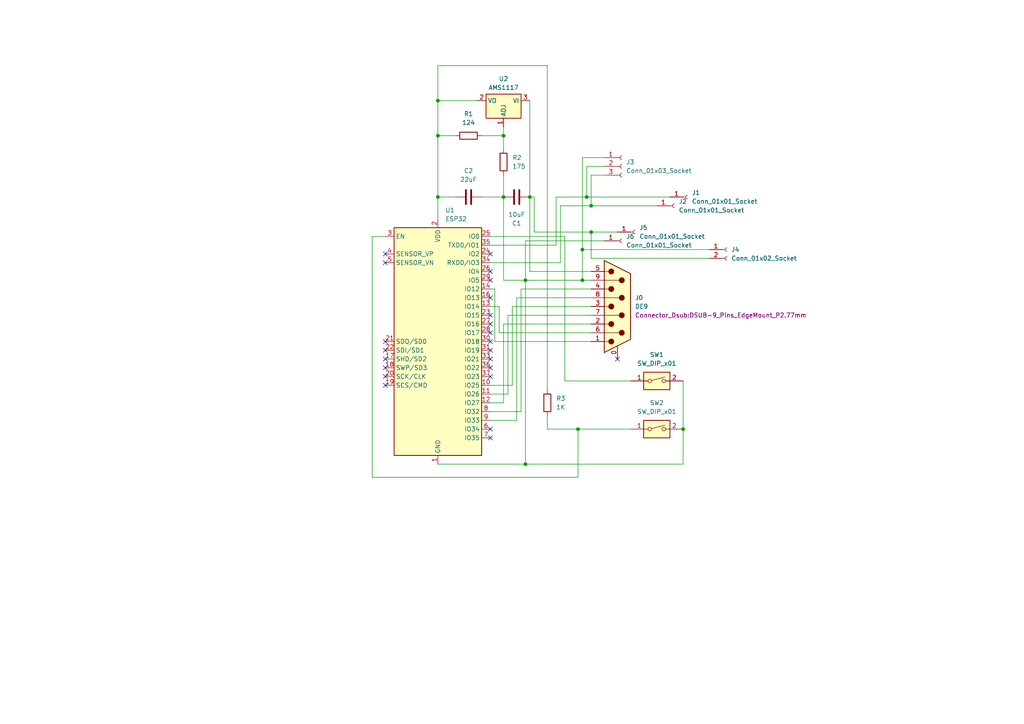
<source format=kicad_sch>
(kicad_sch (version 20250114) (generator "eeschema") (generator_version "9.0")
  (paper "A4")
  (lib_symbols
    (symbol "Connector:Conn_01x01_Socket" (pin_names (offset 1.016) (hide yes))
      (property "Reference" "J" (at 0 2.54 0))
      (property "Value" "Conn_01x01_Socket" (at 0 -2.54 0))
      (symbol "Conn_01x01_Socket_1_1"
        (polyline (pts (xy -1.27 0) (xy -0.508 0)) (stroke (width 0.1524)))
        (arc (start 0 -0.508) (mid -0.5058 0) (end 0 0.508) (stroke (width 0.1524)))
        (pin passive line (at -5.08 0 0) (length 3.81) (name "Pin_1") (number "1"))
      )
    )
    (symbol "Connector:Conn_01x02_Socket" (pin_names (offset 1.016) (hide yes))
      (property "Reference" "J" (at 0 2.54 0))
      (property "Value" "Conn_01x02_Socket" (at 0 -5.08 0))
      (symbol "Conn_01x02_Socket_1_1"
        (polyline (pts (xy -1.27 0) (xy -0.508 0)) (stroke (width 0.1524)))
        (polyline (pts (xy -1.27 -2.54) (xy -0.508 -2.54)) (stroke (width 0.1524)))
        (arc (start 0 -0.508) (mid -0.5058 0) (end 0 0.508) (stroke (width 0.1524)))
        (arc (start 0 -3.048) (mid -0.5058 -2.54) (end 0 -2.032) (stroke (width 0.1524)))
        (pin passive line (at -5.08 0 0) (length 3.81) (name "Pin_1") (number "1"))
        (pin passive line (at -5.08 -2.54 0) (length 3.81) (name "Pin_2") (number "2"))
      )
    )
    (symbol "Connector:Conn_01x03_Socket" (pin_names (offset 1.016) (hide yes))
      (property "Reference" "J" (at 0 5.08 0))
      (property "Value" "Conn_01x03_Socket" (at 0 -5.08 0))
      (symbol "Conn_01x03_Socket_1_1"
        (polyline (pts (xy -1.27 2.54) (xy -0.508 2.54)) (stroke (width 0.1524)))
        (polyline (pts (xy -1.27 0) (xy -0.508 0)) (stroke (width 0.1524)))
        (polyline (pts (xy -1.27 -2.54) (xy -0.508 -2.54)) (stroke (width 0.1524)))
        (arc (start 0 2.032) (mid -0.5058 2.54) (end 0 3.048) (stroke (width 0.1524)))
        (arc (start 0 -0.508) (mid -0.5058 0) (end 0 0.508) (stroke (width 0.1524)))
        (arc (start 0 -3.048) (mid -0.5058 -2.54) (end 0 -2.032) (stroke (width 0.1524)))
        (pin passive line (at -5.08 2.54 0) (length 3.81) (name "Pin_1") (number "1"))
        (pin passive line (at -5.08 0 0) (length 3.81) (name "Pin_2") (number "2"))
        (pin passive line (at -5.08 -2.54 0) (length 3.81) (name "Pin_3") (number "3"))
      )
    )
    (symbol "Connector:DE9_Pins_MountingHoles" (pin_names (offset 1.016) (hide yes))
      (property "Reference" "J" (at 0 16.51 0))
      (property "Value" "DE9_Pins_MountingHoles" (at 0 14.605 0))
      (symbol "DE9_Pins_MountingHoles_0_1"
        (polyline (pts (xy -3.81 10.16) (xy -2.54 10.16)))
        (polyline (pts (xy -3.81 7.62) (xy 0.508 7.62)))
        (polyline (pts (xy -3.81 5.08) (xy -2.54 5.08)))
        (polyline (pts (xy -3.81 2.54) (xy 0.508 2.54)))
        (polyline (pts (xy -3.81 0) (xy -2.54 0)))
        (polyline (pts (xy -3.81 -2.54) (xy 0.508 -2.54)))
        (polyline (pts (xy -3.81 -5.08) (xy -2.54 -5.08)))
        (polyline (pts (xy -3.81 -7.62) (xy 0.508 -7.62)))
        (polyline (pts (xy -3.81 -10.16) (xy -2.54 -10.16)))
        (polyline (pts (xy -3.81 -13.335) (xy -3.81 13.335) (xy 3.81 9.525) (xy 3.81 -9.525) (xy -3.81 -13.335)) (stroke (width 0.254)) (fill (type background)))
        (circle (center -1.778 10.16) (radius 0.762) (fill (type outline)))
        (circle (center -1.778 5.08) (radius 0.762) (fill (type outline)))
        (circle (center -1.778 0) (radius 0.762) (fill (type outline)))
        (circle (center -1.778 -5.08) (radius 0.762) (fill (type outline)))
        (circle (center -1.778 -10.16) (radius 0.762) (fill (type outline)))
        (circle (center 1.27 7.62) (radius 0.762) (fill (type outline)))
        (circle (center 1.27 2.54) (radius 0.762) (fill (type outline)))
        (circle (center 1.27 -2.54) (radius 0.762) (fill (type outline)))
        (circle (center 1.27 -7.62) (radius 0.762) (fill (type outline)))
      )
      (symbol "DE9_Pins_MountingHoles_1_1"
        (pin passive line (at -7.62 10.16 0) (length 3.81) (name "5") (number "5"))
        (pin passive line (at -7.62 7.62 0) (length 3.81) (name "9") (number "9"))
        (pin passive line (at -7.62 5.08 0) (length 3.81) (name "4") (number "4"))
        (pin passive line (at -7.62 2.54 0) (length 3.81) (name "8") (number "8"))
        (pin passive line (at -7.62 0 0) (length 3.81) (name "3") (number "3"))
        (pin passive line (at -7.62 -2.54 0) (length 3.81) (name "7") (number "7"))
        (pin passive line (at -7.62 -5.08 0) (length 3.81) (name "2") (number "2"))
        (pin passive line (at -7.62 -7.62 0) (length 3.81) (name "6") (number "6"))
        (pin passive line (at -7.62 -10.16 0) (length 3.81) (name "1") (number "1"))
        (pin passive line (at 0 -15.24 90) (length 3.81) (name "PAD") (number "0"))
      )
    )
    (symbol "Device:C" (pin_numbers (hide yes)) (pin_names (offset 0.254))
      (property "Reference" "C" (at 0.635 2.54 0))
      (property "Value" "C" (at 0.635 -2.54 0))
      (symbol "C_0_1"
        (polyline (pts (xy -2.032 0.762) (xy 2.032 0.762)) (stroke (width 0.508)))
        (polyline (pts (xy -2.032 -0.762) (xy 2.032 -0.762)) (stroke (width 0.508)))
      )
      (symbol "C_1_1"
        (pin passive line (at 0 3.81 270) (length 2.794) (name "~") (number "1"))
        (pin passive line (at 0 -3.81 90) (length 2.794) (name "~") (number "2"))
      )
    )
    (symbol "Device:R" (pin_numbers (hide yes)) (pin_names (offset 0))
      (property "Reference" "R" (at 2.032 0 90))
      (property "Value" "R" (at 0 0 90))
      (symbol "R_0_1"
        (rectangle (start -1.016 -2.54) (end 1.016 2.54) (stroke (width 0.254)))
      )
      (symbol "R_1_1"
        (pin passive line (at 0 3.81 270) (length 1.27) (name "~") (number "1"))
        (pin passive line (at 0 -3.81 90) (length 1.27) (name "~") (number "2"))
      )
    )
    (symbol "RF_Module:ESP32-WROOM-32"
      (property "Reference" "U" (at -12.7 34.29 0))
      (property "Value" "ESP32-WROOM-32" (at 1.27 34.29 0))
      (symbol "ESP32-WROOM-32_0_1"
        (rectangle (start -12.7 33.02) (end 12.7 -33.02) (stroke (width 0.254)) (fill (type background)))
      )
      (symbol "ESP32-WROOM-32_1_1"
        (pin input line (at -15.24 30.48 0) (length 2.54) (name "EN") (number "3"))
        (pin input line (at -15.24 25.4 0) (length 2.54) (name "SENSOR_VP") (number "4"))
        (pin input line (at -15.24 22.86 0) (length 2.54) (name "SENSOR_VN") (number "5"))
        (pin bidirectional line (at -15.24 0 0) (length 2.54) (name "SDO/SD0") (number "21"))
        (pin bidirectional line (at -15.24 -2.54 0) (length 2.54) (name "SDI/SD1") (number "22"))
        (pin bidirectional line (at -15.24 -5.08 0) (length 2.54) (name "SHD/SD2") (number "17"))
        (pin bidirectional line (at -15.24 -7.62 0) (length 2.54) (name "SWP/SD3") (number "18"))
        (pin bidirectional line (at -15.24 -10.16 0) (length 2.54) (name "SCK/CLK") (number "20"))
        (pin bidirectional line (at -15.24 -12.7 0) (length 2.54) (name "SCS/CMD") (number "19"))
        (pin no_connect line (at -12.7 -27.94 0) (length 2.54) (hide yes) (name "NC") (number "32"))
        (pin power_in line (at 0 35.56 270) (length 2.54) (name "VDD") (number "2"))
        (pin power_in line (at 0 -35.56 90) (length 2.54) (name "GND") (number "1"))
        (pin passive line (at 0 -35.56 90) (length 2.54) (hide yes) (name "GND") (number "15"))
        (pin passive line (at 0 -35.56 90) (length 2.54) (hide yes) (name "GND") (number "38"))
        (pin passive line (at 0 -35.56 90) (length 2.54) (hide yes) (name "GND") (number "39"))
        (pin bidirectional line (at 15.24 30.48 180) (length 2.54) (name "IO0") (number "25"))
        (pin bidirectional line (at 15.24 27.94 180) (length 2.54) (name "TXD0/IO1") (number "35"))
        (pin bidirectional line (at 15.24 25.4 180) (length 2.54) (name "IO2") (number "24"))
        (pin bidirectional line (at 15.24 22.86 180) (length 2.54) (name "RXD0/IO3") (number "34"))
        (pin bidirectional line (at 15.24 20.32 180) (length 2.54) (name "IO4") (number "26"))
        (pin bidirectional line (at 15.24 17.78 180) (length 2.54) (name "IO5") (number "29"))
        (pin bidirectional line (at 15.24 15.24 180) (length 2.54) (name "IO12") (number "14"))
        (pin bidirectional line (at 15.24 12.7 180) (length 2.54) (name "IO13") (number "16"))
        (pin bidirectional line (at 15.24 10.16 180) (length 2.54) (name "IO14") (number "13"))
        (pin bidirectional line (at 15.24 7.62 180) (length 2.54) (name "IO15") (number "23"))
        (pin bidirectional line (at 15.24 5.08 180) (length 2.54) (name "IO16") (number "27"))
        (pin bidirectional line (at 15.24 2.54 180) (length 2.54) (name "IO17") (number "28"))
        (pin bidirectional line (at 15.24 0 180) (length 2.54) (name "IO18") (number "30"))
        (pin bidirectional line (at 15.24 -2.54 180) (length 2.54) (name "IO19") (number "31"))
        (pin bidirectional line (at 15.24 -5.08 180) (length 2.54) (name "IO21") (number "33"))
        (pin bidirectional line (at 15.24 -7.62 180) (length 2.54) (name "IO22") (number "36"))
        (pin bidirectional line (at 15.24 -10.16 180) (length 2.54) (name "IO23") (number "37"))
        (pin bidirectional line (at 15.24 -12.7 180) (length 2.54) (name "IO25") (number "10"))
        (pin bidirectional line (at 15.24 -15.24 180) (length 2.54) (name "IO26") (number "11"))
        (pin bidirectional line (at 15.24 -17.78 180) (length 2.54) (name "IO27") (number "12"))
        (pin bidirectional line (at 15.24 -20.32 180) (length 2.54) (name "IO32") (number "8"))
        (pin bidirectional line (at 15.24 -22.86 180) (length 2.54) (name "IO33") (number "9"))
        (pin input line (at 15.24 -25.4 180) (length 2.54) (name "IO34") (number "6"))
        (pin input line (at 15.24 -27.94 180) (length 2.54) (name "IO35") (number "7"))
      )
    )
    (symbol "Regulator_Linear:AMS1117"
      (property "Reference" "U" (at -3.81 3.175 0))
      (property "Value" "AMS1117" (at 0 3.175 0))
      (symbol "AMS1117_0_1"
        (rectangle (start -5.08 -5.08) (end 5.08 1.905) (stroke (width 0.254)) (fill (type background)))
      )
      (symbol "AMS1117_1_1"
        (pin power_in line (at -7.62 0 0) (length 2.54) (name "VI") (number "3"))
        (pin input line (at 0 -7.62 90) (length 2.54) (name "ADJ") (number "1"))
        (pin power_out line (at 7.62 0 180) (length 2.54) (name "VO") (number "2"))
      )
    )
    (symbol "Switch:SW_DIP_x01" (pin_names (offset 0) (hide yes))
      (property "Reference" "SW" (at 0 3.81 0))
      (property "Value" "SW_DIP_x01" (at 0 -3.81 0))
      (symbol "SW_DIP_x01_0_0"
        (circle (center -2.032 0) (radius 0.508))
        (polyline (pts (xy -1.524 0.127) (xy 2.3622 1.1684)))
        (circle (center 2.032 0) (radius 0.508))
      )
      (symbol "SW_DIP_x01_0_1"
        (rectangle (start -3.81 2.54) (end 3.81 -2.54) (stroke (width 0.254)) (fill (type background)))
      )
      (symbol "SW_DIP_x01_1_1"
        (pin passive line (at -7.62 0 0) (length 5.08) (name "~") (number "1"))
        (pin passive line (at 7.62 0 180) (length 5.08) (name "~") (number "2"))
      )
    )
  )
  (junction (at 146.05 39.37))
  (junction (at 146.05 57.15))
  (junction (at 168.91 81.28))
  (junction (at 171.45 59.69))
  (junction (at 198.12 124.46))
  (junction (at 152.4 81.28))
  (junction (at 168.91 72.39))
  (junction (at 171.45 67.31))
  (junction (at 127 29.21))
  (junction (at 127 39.37))
  (junction (at 170.18 57.15))
  (junction (at 127 57.15))
  (junction (at 167.64 124.46))
  (junction (at 152.4 134.62))
  (junction (at 153.67 57.15))
  (no_connect (at 142.24 91.44))
  (no_connect (at 142.24 81.28))
  (no_connect (at 111.76 99.06))
  (no_connect (at 142.24 104.14))
  (no_connect (at 111.76 111.76))
  (no_connect (at 111.76 109.22))
  (no_connect (at 142.24 124.46))
  (no_connect (at 142.24 93.98))
  (no_connect (at 142.24 73.66))
  (no_connect (at 142.24 101.6))
  (no_connect (at 142.24 127))
  (no_connect (at 142.24 78.74))
  (no_connect (at 111.76 104.14))
  (no_connect (at 142.24 96.52))
  (no_connect (at 142.24 99.06))
  (no_connect (at 111.76 73.66))
  (no_connect (at 179.07 104.14))
  (no_connect (at 111.76 76.2))
  (no_connect (at 142.24 86.36))
  (no_connect (at 142.24 106.68))
  (no_connect (at 142.24 109.22))
  (no_connect (at 111.76 106.68))
  (no_connect (at 111.76 101.6))
  (wire (pts (xy 143.51 99.06) (xy 171.45 99.06)))
  (wire (pts (xy 151.13 83.82) (xy 171.45 83.82)))
  (wire (pts (xy 149.86 121.92) (xy 149.86 86.36)))
  (wire (pts (xy 167.64 124.46) (xy 158.75 124.46)))
  (wire (pts (xy 198.12 110.49) (xy 198.12 124.46)))
  (wire (pts (xy 175.26 48.26) (xy 170.18 48.26)))
  (wire (pts (xy 139.7 57.15) (xy 146.05 57.15)))
  (wire (pts (xy 146.05 93.98) (xy 171.45 93.98)))
  (wire (pts (xy 138.43 29.21) (xy 127 29.21)))
  (wire (pts (xy 127 29.21) (xy 127 39.37)))
  (wire (pts (xy 143.51 83.82) (xy 143.51 99.06)))
  (wire (pts (xy 168.91 45.72) (xy 168.91 72.39)))
  (wire (pts (xy 152.4 81.28) (xy 152.4 134.62)))
  (wire (pts (xy 142.24 71.12) (xy 161.29 71.12)))
  (wire (pts (xy 168.91 72.39) (xy 168.91 81.28)))
  (wire (pts (xy 139.7 39.37) (xy 146.05 39.37)))
  (wire (pts (xy 171.45 67.31) (xy 179.07 67.31)))
  (wire (pts (xy 142.24 111.76) (xy 148.59 111.76)))
  (wire (pts (xy 127 57.15) (xy 127 63.5)))
  (wire (pts (xy 167.64 124.46) (xy 182.88 124.46)))
  (wire (pts (xy 146.05 116.84) (xy 146.05 93.98)))
  (wire (pts (xy 142.24 114.3) (xy 147.32 114.3)))
  (wire (pts (xy 158.75 19.05) (xy 127 19.05)))
  (wire (pts (xy 148.59 88.9) (xy 171.45 88.9)))
  (wire (pts (xy 152.4 69.85) (xy 175.26 69.85)))
  (wire (pts (xy 175.26 45.72) (xy 168.91 45.72)))
  (wire (pts (xy 142.24 88.9) (xy 144.78 88.9)))
  (wire (pts (xy 170.18 57.15) (xy 194.31 57.15)))
  (wire (pts (xy 163.83 68.58) (xy 163.83 110.49)))
  (wire (pts (xy 161.29 57.15) (xy 161.29 71.12)))
  (wire (pts (xy 142.24 83.82) (xy 143.51 83.82)))
  (wire (pts (xy 154.94 67.31) (xy 171.45 67.31)))
  (wire (pts (xy 163.83 68.58) (xy 142.24 68.58)))
  (wire (pts (xy 154.94 57.15) (xy 154.94 67.31)))
  (wire (pts (xy 153.67 57.15) (xy 154.94 57.15)))
  (wire (pts (xy 146.05 50.8) (xy 146.05 57.15)))
  (wire (pts (xy 163.83 110.49) (xy 182.88 110.49)))
  (wire (pts (xy 127 57.15) (xy 132.08 57.15)))
  (wire (pts (xy 147.32 114.3) (xy 147.32 91.44)))
  (wire (pts (xy 198.12 124.46) (xy 198.12 134.62)))
  (wire (pts (xy 152.4 134.62) (xy 198.12 134.62)))
  (wire (pts (xy 171.45 50.8) (xy 171.45 59.69)))
  (wire (pts (xy 107.95 68.58) (xy 111.76 68.58)))
  (wire (pts (xy 153.67 78.74) (xy 153.67 57.15)))
  (wire (pts (xy 153.67 29.21) (xy 153.67 57.15)))
  (wire (pts (xy 168.91 81.28) (xy 171.45 81.28)))
  (wire (pts (xy 158.75 113.03) (xy 158.75 19.05)))
  (wire (pts (xy 147.32 91.44) (xy 171.45 91.44)))
  (wire (pts (xy 148.59 111.76) (xy 148.59 88.9)))
  (wire (pts (xy 162.56 59.69) (xy 162.56 76.2)))
  (wire (pts (xy 170.18 48.26) (xy 170.18 57.15)))
  (wire (pts (xy 149.86 86.36) (xy 171.45 86.36)))
  (wire (pts (xy 171.45 59.69) (xy 162.56 59.69)))
  (wire (pts (xy 175.26 50.8) (xy 171.45 50.8)))
  (wire (pts (xy 107.95 68.58) (xy 107.95 138.43)))
  (wire (pts (xy 142.24 76.2) (xy 162.56 76.2)))
  (wire (pts (xy 158.75 124.46) (xy 158.75 120.65)))
  (wire (pts (xy 168.91 72.39) (xy 205.74 72.39)))
  (wire (pts (xy 144.78 96.52) (xy 171.45 96.52)))
  (wire (pts (xy 151.13 119.38) (xy 151.13 83.82)))
  (wire (pts (xy 161.29 57.15) (xy 170.18 57.15)))
  (wire (pts (xy 107.95 138.43) (xy 167.64 138.43)))
  (wire (pts (xy 127 39.37) (xy 132.08 39.37)))
  (wire (pts (xy 146.05 36.83) (xy 146.05 39.37)))
  (wire (pts (xy 142.24 121.92) (xy 149.86 121.92)))
  (wire (pts (xy 152.4 81.28) (xy 152.4 69.85)))
  (wire (pts (xy 146.05 57.15) (xy 146.05 81.28)))
  (wire (pts (xy 152.4 81.28) (xy 146.05 81.28)))
  (wire (pts (xy 190.5 59.69) (xy 171.45 59.69)))
  (wire (pts (xy 146.05 39.37) (xy 146.05 43.18)))
  (wire (pts (xy 152.4 81.28) (xy 168.91 81.28)))
  (wire (pts (xy 142.24 116.84) (xy 146.05 116.84)))
  (wire (pts (xy 127 39.37) (xy 127 57.15)))
  (wire (pts (xy 153.67 78.74) (xy 171.45 78.74)))
  (wire (pts (xy 144.78 88.9) (xy 144.78 96.52)))
  (wire (pts (xy 127 134.62) (xy 152.4 134.62)))
  (wire (pts (xy 171.45 74.93) (xy 171.45 67.31)))
  (wire (pts (xy 167.64 124.46) (xy 167.64 138.43)))
  (wire (pts (xy 205.74 74.93) (xy 171.45 74.93)))
  (wire (pts (xy 142.24 119.38) (xy 151.13 119.38)))
  (wire (pts (xy 127 19.05) (xy 127 29.21)))
  (symbol (lib_id "Connector:Conn_01x02_Socket") (at 210.82 72.39 0) (unit 1)
    (property "Reference" "J4" (at 212.09 72.3899 0) (effects (justify left)))
    (property "Value" "Conn_01x02_Socket" (at 212.09 74.9299 0) (effects (justify left)))
    (property "Footprint" "Jumper:SolderJumper-2_P1.3mm_Open_Pad1.0x1.5mm" (effects (hide yes)))
    (property "Description" "Generic connector, single row, 01x02, script generated" (effects (hide yes)))
  )
  (symbol (lib_id "Device:R") (at 135.89 39.37 90) (unit 1)
    (property "Reference" "R1" (at 135.89 33.02 90))
    (property "Value" "124" (at 135.89 35.56 90))
    (property "Footprint" "Resistor_SMD:R_0805_2012Metric" (effects (hide yes)))
    (property "Description" "Resistor" (effects (hide yes)))
  )
  (symbol (lib_id "Switch:SW_DIP_x01") (at 190.5 124.46 0) (unit 1)
    (property "Reference" "SW2" (at 190.5 116.84 0))
    (property "Value" "SW_DIP_x01" (at 190.5 119.38 0))
    (property "Footprint" "Button_Switch_SMD:SW_Tactile_SPST_NO_Straight_CK_PTS636Sx25SMTRLFS" (effects (hide yes)))
    (property "Description" "1x DIP Switch, Single Pole Single Throw (SPST) switch, small symbol" (effects (hide yes)))
  )
  (symbol (lib_id "Connector:DE9_Pins_MountingHoles") (at 179.07 88.9 0) (unit 1)
    (property "Reference" "J0" (at 184.15 86.3599 0) (effects (justify left)))
    (property "Value" "DE9" (at 184.15 88.8999 0) (effects (justify left)))
    (property "Footprint" "Connector_Dsub:DSUB-9_Pins_EdgeMount_P2.77mm" (at 184.15 91.4399 0) (effects (justify left)))
    (property "Description" "9-pin D-SUB connector, pins (male), Mounting Hole" (effects (hide yes)))
  )
  (symbol (lib_id "Device:C") (at 135.89 57.15 270) (unit 1)
    (property "Reference" "C2" (at 135.89 49.53 90))
    (property "Value" "22uF" (at 135.89 52.07 90))
    (property "Footprint" "Capacitor_SMD:C_0805_2012Metric" (effects (hide yes)))
    (property "Description" "Unpolarized capacitor" (effects (hide yes)))
  )
  (symbol (lib_id "Connector:Conn_01x01_Socket") (at 184.15 67.31 0) (unit 1)
    (property "Reference" "J5" (at 185.42 66.0399 0) (effects (justify left)))
    (property "Value" "Conn_01x01_Socket" (at 185.42 68.5799 0) (effects (justify left)))
    (property "Footprint" "Connector_Wire:SolderWirePad_1x01_SMD_1x2mm" (effects (hide yes)))
    (property "Description" "Generic connector, single row, 01x01, script generated" (effects (hide yes)))
  )
  (symbol (lib_id "Connector:Conn_01x01_Socket") (at 180.34 69.85 0) (unit 1)
    (property "Reference" "J6" (at 181.61 68.5799 0) (effects (justify left)))
    (property "Value" "Conn_01x01_Socket" (at 181.61 71.1199 0) (effects (justify left)))
    (property "Footprint" "Connector_Wire:SolderWirePad_1x01_SMD_1x2mm" (effects (hide yes)))
    (property "Description" "Generic connector, single row, 01x01, script generated" (effects (hide yes)))
  )
  (symbol (lib_id "Connector:Conn_01x03_Socket") (at 180.34 48.26 0) (unit 1)
    (property "Reference" "J3" (at 181.61 46.9899 0) (effects (justify left)))
    (property "Value" "Conn_01x03_Socket" (at 181.61 49.5299 0) (effects (justify left)))
    (property "Footprint" "Jumper:SolderJumper-3_P1.3mm_Open_Pad1.0x1.5mm_NumberLabels" (effects (hide yes)))
    (property "Description" "Generic connector, single row, 01x03, script generated" (effects (hide yes)))
  )
  (symbol (lib_id "Switch:SW_DIP_x01") (at 190.5 110.49 0) (unit 1)
    (property "Reference" "SW1" (at 190.5 102.87 0))
    (property "Value" "SW_DIP_x01" (at 190.5 105.41 0))
    (property "Footprint" "Button_Switch_SMD:SW_Tactile_SPST_NO_Straight_CK_PTS636Sx25SMTRLFS" (effects (hide yes)))
    (property "Description" "1x DIP Switch, Single Pole Single Throw (SPST) switch, small symbol" (effects (hide yes)))
  )
  (symbol (lib_id "Connector:Conn_01x01_Socket") (at 195.58 59.69 0) (unit 1)
    (property "Reference" "J2" (at 196.85 58.4199 0) (effects (justify left)))
    (property "Value" "Conn_01x01_Socket" (at 196.85 60.9599 0) (effects (justify left)))
    (property "Footprint" "Connector_Wire:SolderWirePad_1x01_SMD_1x2mm" (effects (hide yes)))
    (property "Description" "Generic connector, single row, 01x01, script generated" (effects (hide yes)))
  )
  (symbol (lib_id "Connector:Conn_01x01_Socket") (at 199.39 57.15 0) (unit 1)
    (property "Reference" "J1" (at 200.66 55.8799 0) (effects (justify left)))
    (property "Value" "Conn_01x01_Socket" (at 200.66 58.4199 0) (effects (justify left)))
    (property "Footprint" "Connector_Wire:SolderWirePad_1x01_SMD_1x2mm" (effects (hide yes)))
    (property "Description" "Generic connector, single row, 01x01, script generated" (effects (hide yes)))
  )
  (symbol (lib_id "RF_Module:ESP32-WROOM-32") (at 127 99.06 0) (unit 1)
    (property "Reference" "U1" (at 129.1433 60.96 0) (effects (justify left)))
    (property "Value" "ESP32" (at 129.1433 63.5 0) (effects (justify left)))
    (property "Footprint" "RF_Module:ESP32-WROOM-32" (effects (hide yes)))
    (property "Datasheet" "https://www.espressif.com/sites/default/files/documentation/esp32-wroom-32_datasheet_en.pdf" (effects (hide yes)))
    (property "Description" "RF Module, ESP32-D0WDQ6 SoC, Wi-Fi 802.11b/g/n, Bluetooth, BLE, 32-bit, 2.7-3.6V, onboard antenna, SMD" (effects (hide yes)))
  )
  (symbol (lib_id "Device:C") (at 149.86 57.15 90) (mirror x) (unit 1)
    (property "Reference" "C1" (at 149.86 64.77 90))
    (property "Value" "10uF" (at 149.86 62.23 90))
    (property "Footprint" "Capacitor_SMD:C_0805_2012Metric" (effects (hide yes)))
    (property "Description" "Unpolarized capacitor" (effects (hide yes)))
  )
  (symbol (lib_id "Device:R") (at 146.05 46.99 0) (unit 1)
    (property "Reference" "R2" (at 148.59 45.7199 0) (effects (justify left)))
    (property "Value" "175" (at 148.59 48.2599 0) (effects (justify left)))
    (property "Footprint" "Resistor_SMD:R_0805_2012Metric" (effects (hide yes)))
    (property "Description" "Resistor" (effects (hide yes)))
  )
  (symbol (lib_id "Device:R") (at 158.75 116.84 0) (unit 1)
    (property "Reference" "R3" (at 161.29 115.5699 0) (effects (justify left)))
    (property "Value" "1K" (at 161.29 118.1099 0) (effects (justify left)))
    (property "Footprint" "Resistor_SMD:R_0805_2012Metric" (effects (hide yes)))
    (property "Description" "Resistor" (effects (hide yes)))
  )
  (symbol (lib_id "Regulator_Linear:AMS1117") (at 146.05 29.21 0) (mirror y) (unit 1)
    (property "Reference" "U2" (at 146.05 22.86 0))
    (property "Value" "AMS1117" (at 146.05 25.4 0))
    (property "Footprint" "Package_TO_SOT_SMD:SOT-223-3_TabPin2" (effects (hide yes)))
    (property "Datasheet" "http://www.advanced-monolithic.com/pdf/ds1117.pdf" (effects (hide yes)))
    (property "Description" "1A Low Dropout regulator, positive, adjustable output, SOT-223" (effects (hide yes)))
  )
)
</source>
